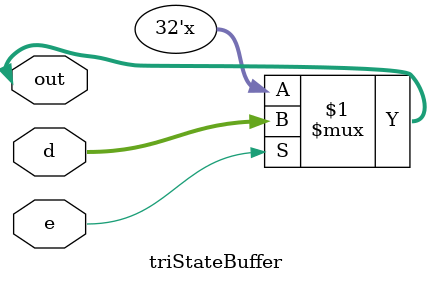
<source format=v>
module triStateBuffer(input [31:0] d,
							 input e,
							 inout [31:0] out);	
	
	assign out = e ? d : 32'bzzzzzzzzzzzzzzzzzzzzzzzzzzzzzzzz;
							 
//	genvar i;
//	
//	generate 
//		for (i = 0; i < 32; i = i + 1) begin : triStateGenerate
//			bufif1 b1(out[i], d[i], e);
//		end
//	endgenerate	
							 
endmodule
</source>
